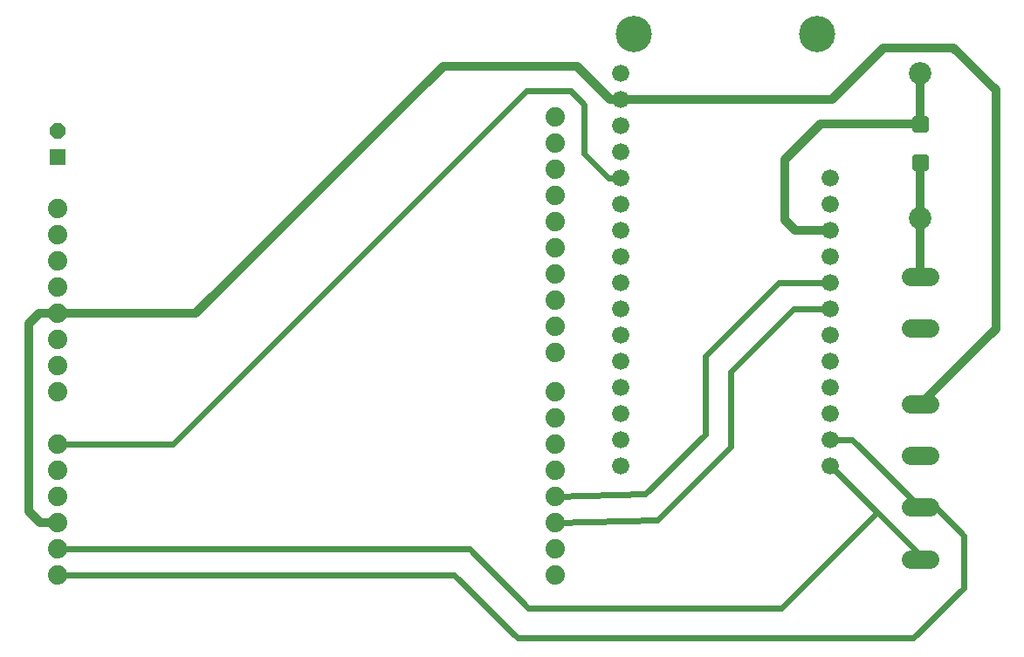
<source format=gtl>
G75*
%MOIN*%
%OFA0B0*%
%FSLAX25Y25*%
%IPPOS*%
%LPD*%
%AMOC8*
5,1,8,0,0,1.08239X$1,22.5*
%
%ADD10C,0.13843*%
%ADD11C,0.06600*%
%ADD12C,0.07400*%
%ADD13C,0.07050*%
%ADD14C,0.02205*%
%ADD15R,0.06000X0.06000*%
%ADD16OC8,0.06000*%
%ADD17C,0.08600*%
%ADD18C,0.01000*%
%ADD19C,0.02400*%
%ADD20C,0.03200*%
D10*
X0243657Y0240586D03*
X0313657Y0240586D03*
D11*
X0318657Y0185586D03*
X0318657Y0175586D03*
X0318657Y0165586D03*
X0318657Y0155586D03*
X0318657Y0145586D03*
X0318657Y0135586D03*
X0318657Y0125586D03*
X0318657Y0115586D03*
X0318657Y0105586D03*
X0318657Y0095586D03*
X0318657Y0085586D03*
X0318657Y0075586D03*
X0238657Y0075586D03*
X0238657Y0085586D03*
X0238657Y0095586D03*
X0238657Y0105586D03*
X0238657Y0115586D03*
X0238657Y0125586D03*
X0238657Y0135586D03*
X0238657Y0145586D03*
X0238657Y0155586D03*
X0238657Y0165586D03*
X0238657Y0175586D03*
X0238657Y0185586D03*
X0238657Y0195586D03*
X0238657Y0205586D03*
X0238657Y0215586D03*
X0238657Y0225586D03*
D12*
X0023381Y0033735D03*
X0023381Y0043735D03*
X0023381Y0053735D03*
X0023381Y0063735D03*
X0023381Y0073735D03*
X0023381Y0083735D03*
X0023381Y0103735D03*
X0023381Y0113735D03*
X0023381Y0123735D03*
X0023381Y0133735D03*
X0023381Y0143735D03*
X0023381Y0153735D03*
X0023381Y0163735D03*
X0023381Y0173735D03*
X0213381Y0168735D03*
X0213381Y0178735D03*
X0213381Y0188735D03*
X0213381Y0198735D03*
X0213381Y0208735D03*
X0213381Y0158735D03*
X0213381Y0148735D03*
X0213381Y0138735D03*
X0213381Y0128735D03*
X0213381Y0118735D03*
X0213381Y0103735D03*
X0213381Y0093735D03*
X0213381Y0083735D03*
X0213381Y0073735D03*
X0213381Y0063735D03*
X0213381Y0053735D03*
X0213381Y0043735D03*
X0213381Y0033735D03*
D13*
X0349344Y0039995D02*
X0356394Y0039995D01*
X0356394Y0059680D02*
X0349344Y0059680D01*
X0349344Y0079365D02*
X0356394Y0079365D01*
X0356394Y0099050D02*
X0349344Y0099050D01*
X0349344Y0128184D02*
X0356394Y0128184D01*
X0356394Y0147869D02*
X0349344Y0147869D01*
D14*
X0350842Y0189523D02*
X0350842Y0193617D01*
X0354936Y0193617D01*
X0354936Y0189523D01*
X0350842Y0189523D01*
X0350842Y0191727D02*
X0354936Y0191727D01*
X0350842Y0204090D02*
X0350842Y0208184D01*
X0354936Y0208184D01*
X0354936Y0204090D01*
X0350842Y0204090D01*
X0350842Y0206294D02*
X0354936Y0206294D01*
D15*
X0023460Y0193657D03*
D16*
X0023460Y0203657D03*
D17*
X0352889Y0225428D03*
X0352889Y0170310D03*
D18*
X0238657Y0225086D02*
X0238657Y0225586D01*
D19*
X0224641Y0213617D02*
X0219523Y0218735D01*
X0202594Y0218735D01*
X0067594Y0083735D01*
X0023381Y0083735D01*
X0023381Y0043735D02*
X0180743Y0043735D01*
X0203184Y0021294D01*
X0299838Y0021294D01*
X0336393Y0057850D01*
X0352869Y0041373D01*
X0352869Y0039995D01*
X0369523Y0048854D02*
X0369523Y0028972D01*
X0350231Y0009680D01*
X0199050Y0009680D01*
X0174995Y0033735D01*
X0023381Y0033735D01*
X0213381Y0053735D02*
X0252436Y0054798D01*
X0280546Y0082909D01*
X0280546Y0111649D01*
X0304483Y0135586D01*
X0318657Y0135586D01*
X0318657Y0145586D02*
X0298735Y0145586D01*
X0270704Y0117554D01*
X0270704Y0087633D01*
X0247869Y0064798D01*
X0213381Y0063735D01*
X0318657Y0075586D02*
X0336393Y0057850D01*
X0352869Y0059680D02*
X0358696Y0059680D01*
X0369523Y0048854D01*
X0352869Y0059680D02*
X0326964Y0085586D01*
X0318657Y0085586D01*
X0238657Y0185586D02*
X0233775Y0185586D01*
X0224641Y0194720D01*
X0224641Y0213617D01*
D20*
X0234483Y0215586D02*
X0221885Y0228184D01*
X0170704Y0228184D01*
X0076255Y0133735D01*
X0023381Y0133735D01*
X0016413Y0133735D01*
X0012436Y0129759D01*
X0012436Y0058106D01*
X0016806Y0053735D01*
X0023381Y0053735D01*
X0234483Y0215586D02*
X0238657Y0215586D01*
X0319129Y0215586D01*
X0338814Y0235271D01*
X0365586Y0235271D01*
X0381728Y0219129D01*
X0381728Y0127909D01*
X0352869Y0099050D01*
X0352869Y0147869D02*
X0352869Y0170291D01*
X0352889Y0170310D01*
X0352889Y0191570D01*
X0352889Y0206137D02*
X0314798Y0206137D01*
X0301216Y0192554D01*
X0301216Y0169523D01*
X0305153Y0165586D01*
X0318657Y0165586D01*
X0352889Y0206137D02*
X0352889Y0225428D01*
M02*

</source>
